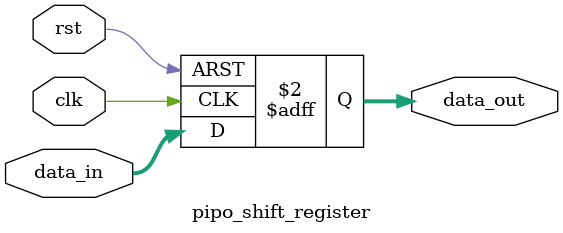
<source format=sv>
module pipo_shift_register (
  input clk,
  input rst,
  input [3:0] data_in,
  output reg [3:0] data_out
);

  always @(posedge clk or posedge rst) begin
    if (rst)
      data_out <= 4'b0000;
    else
      data_out <= data_in; 
  end

endmodule

</source>
